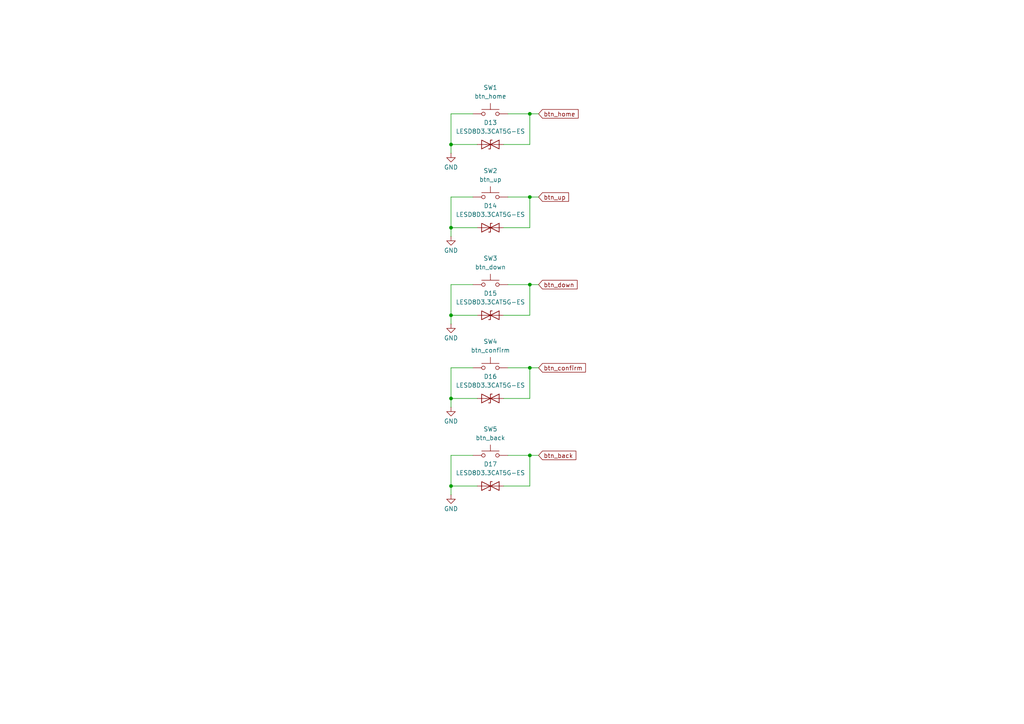
<source format=kicad_sch>
(kicad_sch (version 20231120) (generator "eeschema") (generator_version "8.0")
  (paper "A4")
  (lib_symbols
    (symbol "Diode:SD36_SOD323" (pin_numbers hide) (pin_names (offset 1.016) hide)
      (property "Reference" "D" (at 0 2.54 0))
      (property "Value" "SD36_SOD323" (at 0 -2.54 0))
      (symbol "SD36_SOD323_0_1"
        (polyline (pts (xy 1.27 0) (xy -1.27 0)))
        (polyline (pts (xy -2.54 -1.27) (xy 0 0) (xy -2.54 1.27) (xy -2.54 -1.27)) (stroke (width 0.2032)))
        (polyline (pts (xy 0.508 1.27) (xy 0 1.27) (xy 0 -1.27) (xy -0.508 -1.27)) (stroke (width 0.2032)))
        (polyline (pts (xy 2.54 1.27) (xy 2.54 -1.27) (xy 0 0) (xy 2.54 1.27)) (stroke (width 0.2032)))
      )
      (symbol "SD36_SOD323_1_1"
        (pin passive line (at -3.81 0 0) (length 2.54) (name "A1") (number "1"))
        (pin passive line (at 3.81 0 180) (length 2.54) (name "A2") (number "2"))
      )
    )
    (symbol "Switch:SW_Push" (pin_numbers hide) (pin_names (offset 1.016) hide)
      (property "Reference" "SW" (at 1.27 2.54 0))
      (property "Value" "SW_Push" (at 0 -1.524 0))
      (symbol "SW_Push_0_1"
        (circle (center -2.032 0) (radius 0.508))
        (polyline (pts (xy 0 1.27) (xy 0 3.048)))
        (polyline (pts (xy 2.54 1.27) (xy -2.54 1.27)))
        (circle (center 2.032 0) (radius 0.508))
        (pin passive line (at -5.08 0 0) (length 2.54) (name "1") (number "1"))
        (pin passive line (at 5.08 0 180) (length 2.54) (name "2") (number "2"))
      )
    )
    (symbol "power:GND" (power) (pin_numbers hide) (pin_names (offset 0) hide)
      (property "Value" "GND" (at 0 -3.81 0))
      (symbol "GND_0_1"
        (polyline (pts (xy 0 0) (xy 0 -1.27) (xy 1.27 -1.27) (xy 0 -2.54) (xy -1.27 -1.27) (xy 0 -1.27)))
      )
      (symbol "GND_1_1"
        (pin power_in line (at 0 0 270) (length 0) (name "~") (number "1"))
      )
    )
  )
  (junction (at 153.67 106.68))
  (junction (at 130.81 66.04))
  (junction (at 130.81 91.44))
  (junction (at 153.67 132.08))
  (junction (at 153.67 82.55))
  (junction (at 130.81 140.97))
  (junction (at 153.67 33.02))
  (junction (at 130.81 115.57))
  (junction (at 153.67 57.15))
  (junction (at 130.81 41.91))
  (wire (pts (xy 130.81 115.57) (xy 130.81 106.68)))
  (wire (pts (xy 153.67 132.08) (xy 156.21 132.08)))
  (wire (pts (xy 130.81 41.91) (xy 138.43 41.91)))
  (wire (pts (xy 130.81 33.02) (xy 137.16 33.02)))
  (wire (pts (xy 153.67 57.15) (xy 156.21 57.15)))
  (wire (pts (xy 130.81 66.04) (xy 138.43 66.04)))
  (wire (pts (xy 130.81 57.15) (xy 137.16 57.15)))
  (wire (pts (xy 147.32 106.68) (xy 153.67 106.68)))
  (wire (pts (xy 130.81 115.57) (xy 138.43 115.57)))
  (wire (pts (xy 147.32 82.55) (xy 153.67 82.55)))
  (wire (pts (xy 146.05 41.91) (xy 153.67 41.91)))
  (wire (pts (xy 130.81 44.45) (xy 130.81 41.91)))
  (wire (pts (xy 130.81 106.68) (xy 137.16 106.68)))
  (wire (pts (xy 146.05 66.04) (xy 153.67 66.04)))
  (wire (pts (xy 130.81 143.51) (xy 130.81 140.97)))
  (wire (pts (xy 147.32 57.15) (xy 153.67 57.15)))
  (wire (pts (xy 153.67 106.68) (xy 156.21 106.68)))
  (wire (pts (xy 130.81 68.58) (xy 130.81 66.04)))
  (wire (pts (xy 147.32 132.08) (xy 153.67 132.08)))
  (wire (pts (xy 153.67 91.44) (xy 153.67 82.55)))
  (wire (pts (xy 153.67 140.97) (xy 153.67 132.08)))
  (wire (pts (xy 130.81 91.44) (xy 130.81 82.55)))
  (wire (pts (xy 130.81 82.55) (xy 137.16 82.55)))
  (wire (pts (xy 153.67 82.55) (xy 156.21 82.55)))
  (wire (pts (xy 146.05 140.97) (xy 153.67 140.97)))
  (wire (pts (xy 147.32 33.02) (xy 153.67 33.02)))
  (wire (pts (xy 130.81 91.44) (xy 138.43 91.44)))
  (wire (pts (xy 130.81 118.11) (xy 130.81 115.57)))
  (wire (pts (xy 130.81 132.08) (xy 137.16 132.08)))
  (wire (pts (xy 130.81 140.97) (xy 138.43 140.97)))
  (wire (pts (xy 153.67 33.02) (xy 156.21 33.02)))
  (wire (pts (xy 130.81 41.91) (xy 130.81 33.02)))
  (wire (pts (xy 130.81 140.97) (xy 130.81 132.08)))
  (wire (pts (xy 153.67 41.91) (xy 153.67 33.02)))
  (wire (pts (xy 153.67 66.04) (xy 153.67 57.15)))
  (wire (pts (xy 146.05 115.57) (xy 153.67 115.57)))
  (wire (pts (xy 146.05 91.44) (xy 153.67 91.44)))
  (wire (pts (xy 153.67 115.57) (xy 153.67 106.68)))
  (wire (pts (xy 130.81 93.98) (xy 130.81 91.44)))
  (wire (pts (xy 130.81 66.04) (xy 130.81 57.15)))
  (global_label "btn_confirm" (shape input) (at 156.21 106.68 0) (property "Intersheetrefs" "${INTERSHEET_REFS}" (effects (hide yes))))
  (global_label "btn_home" (shape input) (at 156.21 33.02 0) (property "Intersheetrefs" "${INTERSHEET_REFS}" (effects (hide yes))))
  (global_label "btn_down" (shape input) (at 156.21 82.55 0) (property "Intersheetrefs" "${INTERSHEET_REFS}" (effects (hide yes))))
  (global_label "btn_back" (shape input) (at 156.21 132.08 0) (property "Intersheetrefs" "${INTERSHEET_REFS}" (effects (hide yes))))
  (global_label "btn_up" (shape input) (at 156.21 57.15 0) (property "Intersheetrefs" "${INTERSHEET_REFS}" (effects (hide yes))))
  (symbol (lib_id "power:GND") (at 130.81 44.45 0) (unit 1)
    (property "Reference" "#PWR029" (effects (hide yes)))
    (property "Value" "GND" (at 130.81 48.514 0))
    (property "Description" "Power symbol creates a global label with name \"GND\" , ground" (effects (hide yes)))
  )
  (symbol (lib_id "Switch:SW_Push") (at 142.24 57.15 0) (unit 1)
    (property "Reference" "SW2" (at 142.24 49.53 0))
    (property "Value" "btn_up" (at 142.24 52.07 0))
    (property "Footprint" "Project:SW_Push_SPEH" (effects (hide yes)))
    (property "Datasheet" "https://www.lcsc.com/datasheet/lcsc_datasheet_1808100031_ALPSALPINE-SPEH110100_C97448.pdf" (effects (hide yes)))
    (property "Description" "Push button switch, generic, two pins" (effects (hide yes)))
    (property "LCSC Part # " "C97448" (effects (hide yes)))
  )
  (symbol (lib_id "Diode:SD36_SOD323") (at 142.24 140.97 0) (unit 1)
    (property "Reference" "D17" (at 142.24 134.62 0))
    (property "Value" "LESD8D3.3CAT5G-ES" (at 142.24 137.16 0))
    (property "Footprint" "Diode_SMD:D_SOD-882" (effects (hide yes)))
    (property "Datasheet" "https://wmsc.lcsc.com/wmsc/upload/file/pdf/v2/lcsc/2210171700_ElecSuper-LESD8D3-3CAT5G-ES_C5199186.pdf" (effects (hide yes)))
    (property "Description" "6A 80W 10V 3.7V Bidirectional 3.3V DFN1006-2L ESD and Surge Protection (TVS/ESD) ROHS" (effects (hide yes)))
    (property "LCSC Part # " "C5199186" (effects (hide yes)))
  )
  (symbol (lib_id "power:GND") (at 130.81 93.98 0) (unit 1)
    (property "Reference" "#PWR031" (effects (hide yes)))
    (property "Value" "GND" (at 130.81 98.044 0))
    (property "Description" "Power symbol creates a global label with name \"GND\" , ground" (effects (hide yes)))
  )
  (symbol (lib_id "Diode:SD36_SOD323") (at 142.24 115.57 0) (unit 1)
    (property "Reference" "D16" (at 142.24 109.22 0))
    (property "Value" "LESD8D3.3CAT5G-ES" (at 142.24 111.76 0))
    (property "Footprint" "Diode_SMD:D_SOD-882" (effects (hide yes)))
    (property "Datasheet" "https://wmsc.lcsc.com/wmsc/upload/file/pdf/v2/lcsc/2210171700_ElecSuper-LESD8D3-3CAT5G-ES_C5199186.pdf" (effects (hide yes)))
    (property "Description" "6A 80W 10V 3.7V Bidirectional 3.3V DFN1006-2L ESD and Surge Protection (TVS/ESD) ROHS" (effects (hide yes)))
    (property "LCSC Part # " "C5199186" (effects (hide yes)))
  )
  (symbol (lib_id "Diode:SD36_SOD323") (at 142.24 91.44 0) (unit 1)
    (property "Reference" "D15" (at 142.24 85.09 0))
    (property "Value" "LESD8D3.3CAT5G-ES" (at 142.24 87.63 0))
    (property "Footprint" "Diode_SMD:D_SOD-882" (effects (hide yes)))
    (property "Datasheet" "https://wmsc.lcsc.com/wmsc/upload/file/pdf/v2/lcsc/2210171700_ElecSuper-LESD8D3-3CAT5G-ES_C5199186.pdf" (effects (hide yes)))
    (property "Description" "6A 80W 10V 3.7V Bidirectional 3.3V DFN1006-2L ESD and Surge Protection (TVS/ESD) ROHS" (effects (hide yes)))
    (property "LCSC Part # " "C5199186" (effects (hide yes)))
  )
  (symbol (lib_id "power:GND") (at 130.81 118.11 0) (unit 1)
    (property "Reference" "#PWR032" (effects (hide yes)))
    (property "Value" "GND" (at 130.81 122.174 0))
    (property "Description" "Power symbol creates a global label with name \"GND\" , ground" (effects (hide yes)))
  )
  (symbol (lib_id "Switch:SW_Push") (at 142.24 106.68 0) (unit 1)
    (property "Reference" "SW4" (at 142.24 99.06 0))
    (property "Value" "btn_confirm" (at 142.24 101.6 0))
    (property "Footprint" "Project:SW_Push_SPEH" (effects (hide yes)))
    (property "Datasheet" "https://www.lcsc.com/datasheet/lcsc_datasheet_1808100031_ALPSALPINE-SPEH110100_C97448.pdf" (effects (hide yes)))
    (property "Description" "Push button switch, generic, two pins" (effects (hide yes)))
    (property "LCSC Part # " "C97448" (effects (hide yes)))
  )
  (symbol (lib_id "Diode:SD36_SOD323") (at 142.24 41.91 0) (unit 1)
    (property "Reference" "D13" (at 142.24 35.56 0))
    (property "Value" "LESD8D3.3CAT5G-ES" (at 142.24 38.1 0))
    (property "Footprint" "Diode_SMD:D_SOD-882" (effects (hide yes)))
    (property "Datasheet" "https://wmsc.lcsc.com/wmsc/upload/file/pdf/v2/lcsc/2210171700_ElecSuper-LESD8D3-3CAT5G-ES_C5199186.pdf" (effects (hide yes)))
    (property "Description" "6A 80W 10V 3.7V Bidirectional 3.3V DFN1006-2L ESD and Surge Protection (TVS/ESD) ROHS" (effects (hide yes)))
    (property "LCSC Part # " "C5199186" (effects (hide yes)))
  )
  (symbol (lib_id "power:GND") (at 130.81 68.58 0) (unit 1)
    (property "Reference" "#PWR030" (effects (hide yes)))
    (property "Value" "GND" (at 130.81 72.644 0))
    (property "Description" "Power symbol creates a global label with name \"GND\" , ground" (effects (hide yes)))
  )
  (symbol (lib_id "Switch:SW_Push") (at 142.24 33.02 0) (unit 1)
    (property "Reference" "SW1" (at 142.24 25.4 0))
    (property "Value" "btn_home" (at 142.24 27.94 0))
    (property "Footprint" "Project:SW_Push_SPEH" (effects (hide yes)))
    (property "Datasheet" "https://www.lcsc.com/datasheet/lcsc_datasheet_1808100031_ALPSALPINE-SPEH110100_C97448.pdf" (effects (hide yes)))
    (property "Description" "Push button switch, generic, two pins" (effects (hide yes)))
    (property "LCSC Part # " "C97448" (effects (hide yes)))
  )
  (symbol (lib_id "Diode:SD36_SOD323") (at 142.24 66.04 0) (unit 1)
    (property "Reference" "D14" (at 142.24 59.69 0))
    (property "Value" "LESD8D3.3CAT5G-ES" (at 142.24 62.23 0))
    (property "Footprint" "Diode_SMD:D_SOD-882" (effects (hide yes)))
    (property "Datasheet" "https://wmsc.lcsc.com/wmsc/upload/file/pdf/v2/lcsc/2210171700_ElecSuper-LESD8D3-3CAT5G-ES_C5199186.pdf" (effects (hide yes)))
    (property "Description" "6A 80W 10V 3.7V Bidirectional 3.3V DFN1006-2L ESD and Surge Protection (TVS/ESD) ROHS" (effects (hide yes)))
    (property "LCSC Part # " "C5199186" (effects (hide yes)))
  )
  (symbol (lib_id "power:GND") (at 130.81 143.51 0) (unit 1)
    (property "Reference" "#PWR033" (effects (hide yes)))
    (property "Value" "GND" (at 130.81 147.574 0))
    (property "Description" "Power symbol creates a global label with name \"GND\" , ground" (effects (hide yes)))
  )
  (symbol (lib_id "Switch:SW_Push") (at 142.24 82.55 0) (unit 1)
    (property "Reference" "SW3" (at 142.24 74.93 0))
    (property "Value" "btn_down" (at 142.24 77.47 0))
    (property "Footprint" "Project:SW_Push_SPEH" (effects (hide yes)))
    (property "Datasheet" "https://www.lcsc.com/datasheet/lcsc_datasheet_1808100031_ALPSALPINE-SPEH110100_C97448.pdf" (effects (hide yes)))
    (property "Description" "Push button switch, generic, two pins" (effects (hide yes)))
    (property "LCSC Part # " "C97448" (effects (hide yes)))
  )
  (symbol (lib_id "Switch:SW_Push") (at 142.24 132.08 0) (unit 1)
    (property "Reference" "SW5" (at 142.24 124.46 0))
    (property "Value" "btn_back" (at 142.24 127 0))
    (property "Footprint" "Project:SW_Push_SPEH" (effects (hide yes)))
    (property "Datasheet" "https://www.lcsc.com/datasheet/lcsc_datasheet_1808100031_ALPSALPINE-SPEH110100_C97448.pdf" (effects (hide yes)))
    (property "Description" "Push button switch, generic, two pins" (effects (hide yes)))
    (property "LCSC Part # " "C97448" (effects (hide yes)))
  )
)
</source>
